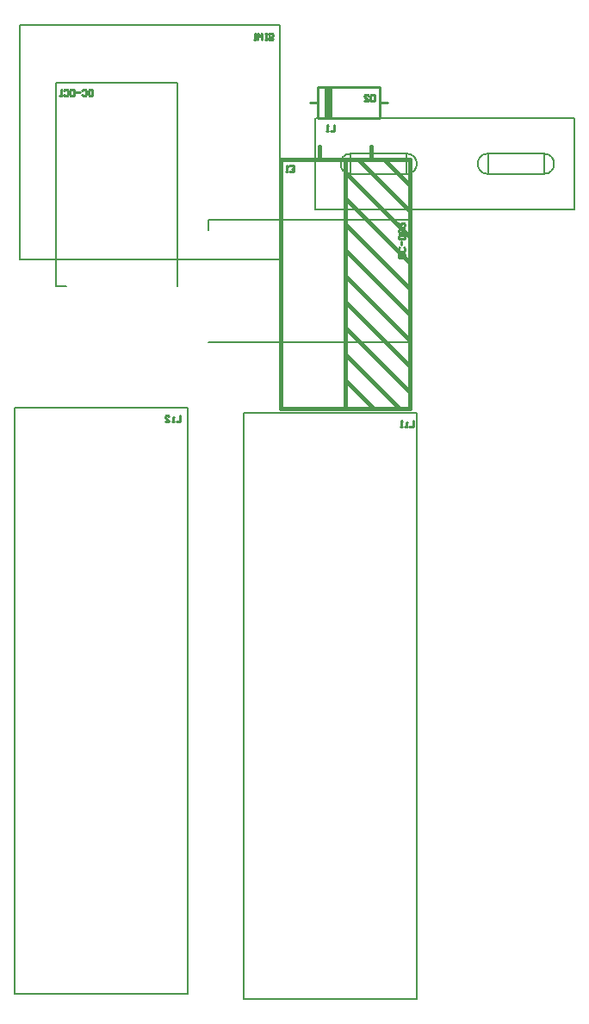
<source format=gbo>
G04*
G04 #@! TF.GenerationSoftware,Altium Limited,Altium Designer,22.11.1 (43)*
G04*
G04 Layer_Color=32896*
%FSLAX44Y44*%
%MOMM*%
G71*
G04*
G04 #@! TF.SameCoordinates,BDB78580-9DC3-4381-8F3F-6093B5378177*
G04*
G04*
G04 #@! TF.FilePolarity,Positive*
G04*
G01*
G75*
%ADD10C,0.2000*%
%ADD13C,0.2540*%
%ADD82C,0.3810*%
D10*
X1205000Y1335000D02*
G03*
X1205000Y1315000I0J-10000D01*
G01*
X1260000D02*
G03*
X1260000Y1335000I-0J10000D01*
G01*
X1070000D02*
G03*
X1070000Y1315000I0J-10000D01*
G01*
X1125000D02*
G03*
X1125000Y1335000I-0J10000D01*
G01*
X740000Y510000D02*
X910000D01*
X740000Y1085000D02*
X910000D01*
X740000Y510000D02*
Y1085000D01*
X910000Y510000D02*
Y1085000D01*
X1130000Y1150000D02*
Y1270000D01*
X930000Y1260000D02*
Y1270000D01*
X1130000D01*
X930000Y1150000D02*
X1130000D01*
X745000Y1231200D02*
X1000000D01*
X745000Y1461200D02*
X1000000D01*
X745000Y1231200D02*
Y1461200D01*
X1000000Y1231200D02*
Y1461200D01*
X1070000Y1315000D02*
X1125000D01*
X1070000Y1335000D02*
X1125000D01*
X1070000Y1315000D02*
Y1335000D01*
X1125000Y1315000D02*
Y1335000D01*
X1035000Y1280000D02*
Y1370000D01*
X1036000Y1280000D02*
X1290000D01*
X1036000Y1370000D02*
X1290000D01*
Y1280000D02*
Y1370000D01*
X1260000Y1315000D02*
Y1335000D01*
X1205000Y1315000D02*
Y1335000D01*
X1260000D01*
X1205000Y1315000D02*
X1260000D01*
X965000Y505000D02*
Y1080000D01*
X1135000Y505000D02*
Y1080000D01*
X965000Y505000D02*
X1135000D01*
X965000Y1080000D02*
X1135000D01*
X900000Y1205000D02*
Y1405000D01*
X780000Y1205000D02*
Y1405000D01*
Y1205000D02*
X790000D01*
X780000Y1405000D02*
X900000D01*
D13*
X1045640Y1369760D02*
Y1400240D01*
X1048180Y1369760D02*
Y1400240D01*
X1050720Y1369760D02*
Y1400240D01*
X1098980Y1385000D02*
X1106600D01*
X1030400D02*
X1038020D01*
X1098980Y1369760D02*
Y1400240D01*
X1038020Y1369760D02*
X1098980D01*
X1038020D02*
Y1400240D01*
X1098980D01*
X1053999Y1362999D02*
Y1357001D01*
X1050000D01*
X1048001D02*
X1046001D01*
X1047001D01*
Y1362999D01*
X1048001Y1361999D01*
X989598Y1451599D02*
X990598Y1452599D01*
X992597D01*
X993597Y1451599D01*
Y1450600D01*
X992597Y1449600D01*
X990598D01*
X989598Y1448600D01*
Y1447601D01*
X990598Y1446601D01*
X992597D01*
X993597Y1447601D01*
X987599Y1452599D02*
X985600D01*
X986599D01*
Y1446601D01*
X987599D01*
X985600D01*
X982600D02*
Y1452599D01*
X980601Y1450600D01*
X978602Y1452599D01*
Y1446601D01*
X976602D02*
X974603D01*
X975603D01*
Y1452599D01*
X976602Y1451599D01*
X902497Y1077999D02*
Y1072001D01*
X898499D01*
X896499D02*
X894500D01*
X895500D01*
Y1076000D01*
X896499D01*
X887502Y1072001D02*
X891501D01*
X887502Y1076000D01*
Y1076999D01*
X888502Y1077999D01*
X890501D01*
X891501Y1076999D01*
X1131498Y1072999D02*
Y1067001D01*
X1127499D01*
X1125500D02*
X1123501D01*
X1124500D01*
Y1071000D01*
X1125500D01*
X1120501Y1067001D02*
X1118502D01*
X1119502D01*
Y1072999D01*
X1120501Y1071999D01*
X1010000Y1322999D02*
X1013999D01*
Y1317001D01*
X1010000D01*
X1013999Y1320000D02*
X1011999D01*
X1008001Y1317001D02*
X1006001D01*
X1007001D01*
Y1322999D01*
X1008001Y1321999D01*
X1122999Y1233006D02*
X1117001D01*
Y1236004D01*
X1118001Y1237004D01*
X1121999D01*
X1122999Y1236004D01*
Y1233006D01*
X1121999Y1243002D02*
X1122999Y1242003D01*
Y1240003D01*
X1121999Y1239004D01*
X1118001D01*
X1117001Y1240003D01*
Y1242003D01*
X1118001Y1243002D01*
X1120000Y1245002D02*
Y1249000D01*
X1122999Y1251000D02*
X1117001D01*
Y1253999D01*
X1118001Y1254998D01*
X1121999D01*
X1122999Y1253999D01*
Y1251000D01*
X1121999Y1260996D02*
X1122999Y1259997D01*
Y1257997D01*
X1121999Y1256998D01*
X1118001D01*
X1117001Y1257997D01*
Y1259997D01*
X1118001Y1260996D01*
X1117001Y1266994D02*
Y1262996D01*
X1121000Y1266994D01*
X1121999D01*
X1122999Y1265995D01*
Y1263996D01*
X1121999Y1262996D01*
X815995Y1397999D02*
Y1392001D01*
X812996D01*
X811996Y1393001D01*
Y1396999D01*
X812996Y1397999D01*
X815995D01*
X805998Y1396999D02*
X806998Y1397999D01*
X808997D01*
X809997Y1396999D01*
Y1393001D01*
X808997Y1392001D01*
X806998D01*
X805998Y1393001D01*
X803999Y1395000D02*
X800000D01*
X798001Y1397999D02*
Y1392001D01*
X795002D01*
X794002Y1393001D01*
Y1396999D01*
X795002Y1397999D01*
X798001D01*
X788004Y1396999D02*
X789004Y1397999D01*
X791003D01*
X792003Y1396999D01*
Y1393001D01*
X791003Y1392001D01*
X789004D01*
X788004Y1393001D01*
X786004Y1392001D02*
X784005D01*
X785005D01*
Y1397999D01*
X786004Y1396999D01*
X1093498Y1392999D02*
Y1387001D01*
X1090499D01*
X1089500Y1388001D01*
Y1391999D01*
X1090499Y1392999D01*
X1093498D01*
X1083502Y1387001D02*
X1087500D01*
X1083502Y1391000D01*
Y1391999D01*
X1084501Y1392999D01*
X1086501D01*
X1087500Y1391999D01*
D82*
X1065000Y1164500D02*
X1128500Y1101000D01*
X1065000Y1189900D02*
X1128500Y1126400D01*
X1039600Y1329600D02*
Y1342300D01*
X1090400Y1329600D02*
Y1342300D01*
X1103100Y1329600D02*
X1128500Y1304200D01*
X1077700Y1329600D02*
X1128500Y1278800D01*
X1065000Y1316900D02*
X1128500Y1253400D01*
X1065000Y1291500D02*
X1128500Y1228000D01*
X1065000Y1266100D02*
X1128500Y1202600D01*
X1065000Y1240700D02*
X1128500Y1177200D01*
X1065000Y1215300D02*
X1128500Y1151800D01*
X1065000Y1137830D02*
X1118340Y1084490D01*
X1065000Y1112430D02*
X1092940Y1084490D01*
X1065000D02*
Y1329600D01*
X1001500Y1084490D02*
Y1329600D01*
Y1084490D02*
X1128500D01*
Y1329600D01*
X1001500D02*
X1128500D01*
M02*

</source>
